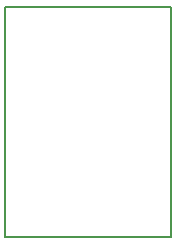
<source format=gko>
G04*
G04 #@! TF.GenerationSoftware,Altium Limited,Altium Designer,18.1.7 (191)*
G04*
G04 Layer_Color=16711935*
%FSLAX24Y24*%
%MOIN*%
G70*
G01*
G75*
%ADD30C,0.0079*%
D30*
X0Y0D02*
Y7677D01*
X5512D01*
Y0D02*
Y7677D01*
X0Y0D02*
X5512D01*
M02*

</source>
